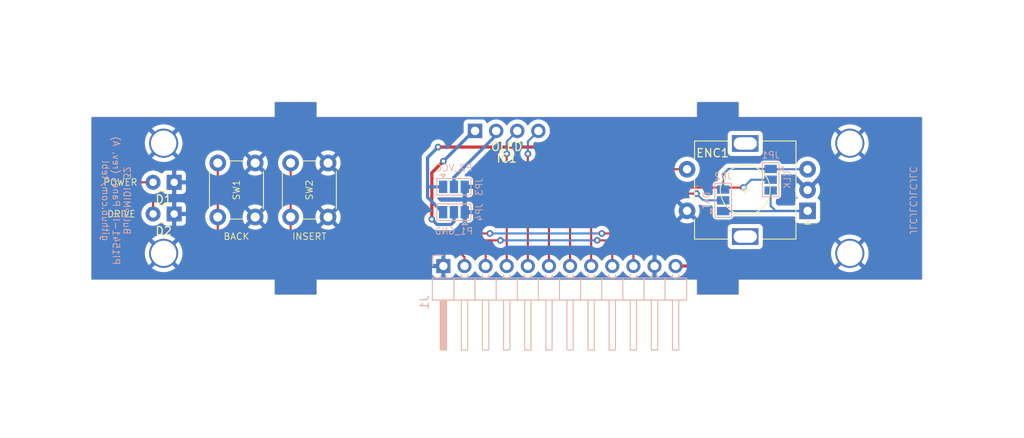
<source format=kicad_pcb>
(kicad_pcb (version 20221018) (generator pcbnew)
  (layers (0 "F.Cu" signal) (31 "B.Cu" signal) (34 "B.Paste" user) (35 "F.Paste" user) (36 "B.SilkS" user "B.Silkscreen") (37 "F.SilkS" user "F.Silkscreen") (38 "B.Mask" user) (39 "F.Mask" user) (44 "Edge.Cuts" user))
  (net 0 "")
  (net 1 "GND")
  (net 2 "VCC")
  (net 3 "/B")
  (net 4 "/A")
  (net 5 "Net-(IC1-Pad1)")
  (net 6 "Net-(IC1-Pad2)")
  (net 7 "LED_PWR")
  (net 8 "LED_ACT")
  (net 9 "SW_ENTER")
  (net 10 "I2C_SDA")
  (net 11 "I2C_SCL")
  (net 12 "SW_UP")
  (net 13 "SW_DOWN")
  (net 14 "SW_BACK")
  (net 15 "SW_INSERT")
  (footprint "mounting:M3_pin" (layer "F.Cu") (at 99.815 129.199)
    (fp_text reference "M1" hide)
    (fp_text value "Mounting_Pin" hide)
    (pad "1" thru_hole circle (at 0 0) (size 3.5 3.5) (drill 3.048) (layers "*.Cu" "*.Mask") (net 1 "GND"))
  )
  (footprint "mounting:M3_pin" (layer "F.Cu") (at 182.365 129.199)
    (fp_text reference "M2" hide)
    (fp_text value "Mounting_Pin" hide)
    (pad "1" thru_hole circle (at 0 0) (size 3.5 3.5) (drill 3.048) (layers "*.Cu" "*.Mask") (net 1 "GND"))
  )
  (footprint "mounting:M3_pin" (layer "F.Cu") (at 182.365 115.949)
    (fp_text reference "M3" hide)
    (fp_text value "Mounting_Pin" hide)
    (pad "1" thru_hole circle (at 0 0) (size 3.5 3.5) (drill 3.048) (layers "*.Cu" "*.Mask") (net 1 "GND"))
  )
  (footprint "mounting:M3_pin" (layer "F.Cu") (at 99.815 115.949)
    (fp_text reference "M4" hide)
    (fp_text value "Mounting_Pin" hide)
    (pad "1" thru_hole circle (at 0 0) (size 3.5 3.5) (drill 3.048) (layers "*.Cu" "*.Mask") (net 1 "GND"))
  )
  (footprint "Rotary_Encoder:RotaryEncoder_Alps_EC11E-Switch_Vertical_H20mm" (layer "F.Cu") (at 177.285 124.079 180)
    (fp_text reference "ENC1" (at 11.43 6.945) (layer "F.SilkS"))
    (fp_text value "Rotary_Encoder_Switch")
    (fp_line (start -0.3 -1.6) (end 0.3 -1.6) (stroke (width 0.12)) (layer "F.SilkS"))
    (fp_line (start 0 -1.3) (end -0.3 -1.6) (stroke (width 0.12)) (layer "F.SilkS"))
    (fp_line (start 0.3 -1.6) (end 0 -1.3) (stroke (width 0.12)) (layer "F.SilkS"))
    (fp_line (start 1.4 -3.4) (end 1.4 8.4) (stroke (width 0.12)) (layer "F.SilkS"))
    (fp_line (start 5.5 -3.4) (end 1.4 -3.4) (stroke (width 0.12)) (layer "F.SilkS"))
    (fp_line (start 5.5 8.4) (end 1.4 8.4) (stroke (width 0.12)) (layer "F.SilkS"))
    (fp_line (start 7 2.5) (end 8 2.5) (stroke (width 0.12)) (layer "F.SilkS"))
    (fp_line (start 7.5 2) (end 7.5 3) (stroke (width 0.12)) (layer "F.SilkS"))
    (fp_line (start 9.5 -3.4) (end 13.6 -3.4) (stroke (width 0.12)) (layer "F.SilkS"))
    (fp_line (start 13.6 -3.4) (end 13.6 -1) (stroke (width 0.12)) (layer "F.SilkS"))
    (fp_line (start 13.6 1.2) (end 13.6 3.8) (stroke (width 0.12)) (layer "F.SilkS"))
    (fp_line (start 13.6 6) (end 13.6 8.4) (stroke (width 0.12)) (layer "F.SilkS"))
    (fp_line (start 13.6 8.4) (end 9.5 8.4) (stroke (width 0.12)) (layer "F.SilkS"))
    (fp_circle (center 7.5 2.5) (end 10.5 2.5) (stroke (width 0.12)) (fill none) (layer "F.SilkS"))
    (pad "A" thru_hole rect locked (at 0 0 180) (size 2 2) (drill 1) (layers "*.Cu" "*.Mask") (net 4 "/A"))
    (pad "B" thru_hole circle locked (at 0 5 180) (size 2 2) (drill 1) (layers "*.Cu" "*.Mask") (net 3 "/B"))
    (pad "C" thru_hole circle locked (at 0 2.5 180) (size 2 2) (drill 1) (layers "*.Cu" "*.Mask") (net 1 "GND"))
    (pad "MP" thru_hole rect locked (at 7.5 -3.1 180) (size 3.2 2) (drill oval 2.8 1.5) (layers "*.Cu" "*.Mask"))
    (pad "MP" thru_hole rect locked (at 7.5 8.1 180) (size 3.2 2) (drill oval 2.8 1.5) (layers "*.Cu" "*.Mask"))
    (pad "S1" thru_hole circle locked (at 14.5 5 180) (size 2 2) (drill 1) (layers "*.Cu" "*.Mask") (net 9 "SW_ENTER"))
    (pad "S2" thru_hole circle locked (at 14.5 0 180) (size 2 2) (drill 1) (layers "*.Cu" "*.Mask") (net 1 "GND"))
  )
  (footprint "i2c_oled:1.3_I2C_OLED_No_mounting" (layer "F.Cu") (at 141.09 114.467)
    (fp_text reference "IC1" (at 0 3.302) (layer "F.SilkS"))
    (fp_text value "OLED" (at 0 1.905) (layer "F.SilkS"))
    (pad "1" thru_hole rect locked (at -3.81 0) (size 1.7272 1.7272) (drill 1.016) (layers "*.Cu" "*.Mask") (net 5 "Net-(IC1-Pad1)"))
    (pad "2" thru_hole circle locked (at -1.27 0) (size 1.7272 1.7272) (drill 1.016) (layers "*.Cu" "*.Mask") (net 6 "Net-(IC1-Pad2)"))
    (pad "3" thru_hole circle locked (at 1.27 0) (size 1.7272 1.7272) (drill 1.016) (layers "*.Cu" "*.Mask") (net 11 "I2C_SCL"))
    (pad "4" thru_hole circle locked (at 3.81 0) (size 1.7272 1.7272) (drill 1.016) (layers "*.Cu" "*.Mask") (net 10 "I2C_SDA"))
  )
  (footprint "switch_cutout:SW_PUSH_6mm" (layer "F.Cu") (at 117.345 121.579 90)
    (fp_text reference "SW2" hide)
    (fp_text value "INSERT" (at -5.588 0 180) (layer "F.SilkS") (effects (font (size 0.8 0.8) (thickness 0.1))))
    (fp_text user "${REFERENCE}" (at 0 0 90) (layer "F.SilkS") (effects (font (size 0.8 0.8) (thickness 0.1))))
    (fp_line (start -3.5 -0.75) (end -3.5 0.75) (stroke (width 0.12)) (layer "F.SilkS"))
    (fp_line (start -2.25 3.25) (end 2.25 3.25) (stroke (width 0.12)) (layer "F.SilkS"))
    (fp_line (start 2.25 -3.25) (end -2.25 -3.25) (stroke (width 0.12)) (layer "F.SilkS"))
    (fp_line (start 3.5 0.75) (end 3.5 -0.75) (stroke (width 0.12)) (layer "F.SilkS"))
    (pad "1" thru_hole circle locked (at -3.25 -2.25 180) (size 2 2) (drill 1.1) (layers "*.Cu" "*.Mask") (net 15 "SW_INSERT"))
    (pad "1" thru_hole circle locked (at 3.25 -2.25 180) (size 2 2) (drill 1.1) (layers "*.Cu" "*.Mask") (net 15 "SW_INSERT"))
    (pad "2" thru_hole circle locked (at -3.25 2.25 180) (size 2 2) (drill 1.1) (layers "*.Cu" "*.Mask") (net 1 "GND"))
    (pad "2" thru_hole circle locked (at 3.25 2.25 180) (size 2 2) (drill 1.1) (layers "*.Cu" "*.Mask") (net 1 "GND"))
  )
  (footprint "switch_cutout:SW_PUSH_6mm" (layer "F.Cu") (at 108.578 121.579 90)
    (fp_text reference "SW1" hide)
    (fp_text value "BACK" (at -5.588 0 180) (layer "F.SilkS") (effects (font (size 0.8 0.8) (thickness 0.1))))
    (fp_text user "${REFERENCE}" (at 0 0 90) (layer "F.SilkS") (effects (font (size 0.8 0.8) (thickness 0.1))))
    (fp_line (start -3.5 -0.75) (end -3.5 0.75) (stroke (width 0.12)) (layer "F.SilkS"))
    (fp_line (start -2.25 3.25) (end 2.25 3.25) (stroke (width 0.12)) (layer "F.SilkS"))
    (fp_line (start 2.25 -3.25) (end -2.25 -3.25) (stroke (width 0.12)) (layer "F.SilkS"))
    (fp_line (start 3.5 0.75) (end 3.5 -0.75) (stroke (width 0.12)) (layer "F.SilkS"))
    (pad "1" thru_hole circle locked (at -3.25 -2.25 180) (size 2 2) (drill 1.1) (layers "*.Cu" "*.Mask") (net 14 "SW_BACK"))
    (pad "1" thru_hole circle locked (at 3.25 -2.25 180) (size 2 2) (drill 1.1) (layers "*.Cu" "*.Mask") (net 14 "SW_BACK"))
    (pad "2" thru_hole circle locked (at -3.25 2.25 180) (size 2 2) (drill 1.1) (layers "*.Cu" "*.Mask") (net 1 "GND"))
    (pad "2" thru_hole circle locked (at 3.25 2.25 180) (size 2 2) (drill 1.1) (layers "*.Cu" "*.Mask") (net 1 "GND"))
  )
  (footprint "LED_THT:LED_Rectangular_W3.0mm_H2.0mm" (layer "F.Cu") (at 101.085 120.65 180)
    (fp_text reference "D1" (at 1.27 -2.06) (layer "F.SilkS"))
    (fp_text value "POWER" (at 6.47 0) (layer "F.SilkS") (effects (font (size 0.8 0.8) (thickness 0.1))))
    (fp_line (start 1.08 -1.06) (end 1.811 -1.06) (stroke (width 0.12)) (layer "F.SilkS"))
    (fp_line (start 1.08 1.06) (end 1.811 1.06) (stroke (width 0.12)) (layer "F.SilkS"))
    (pad "1" thru_hole rect (at 0 0 180) (size 1.8 1.8) (drill 0.9) (layers "*.Cu" "*.Mask") (net 1 "GND"))
    (pad "2" thru_hole circle (at 2.54 0 180) (size 1.8 1.8) (drill 0.9) (layers "*.Cu" "*.Mask") (net 7 "LED_PWR"))
  )
  (footprint "LED_THT:LED_Rectangular_W3.0mm_H2.0mm" (layer "F.Cu") (at 101.085 124.46 180)
    (fp_text reference "D2" (at 1.27 -2.06) (layer "F.SilkS"))
    (fp_text value "DRIVE" (at 6.35 0) (layer "F.SilkS") (effects (font (size 0.8 0.8) (thickness 0.1))))
    (fp_line (start 1.08 -1.06) (end 1.811 -1.06) (stroke (width 0.12)) (layer "F.SilkS"))
    (fp_line (start 1.08 1.06) (end 1.811 1.06) (stroke (width 0.12)) (layer "F.SilkS"))
    (pad "1" thru_hole rect (at 0 0 180) (size 1.8 1.8) (drill 0.9) (layers "*.Cu" "*.Mask") (net 1 "GND"))
    (pad "2" thru_hole circle (at 2.54 0 180) (size 1.8 1.8) (drill 0.9) (layers "*.Cu" "*.Mask") (net 8 "LED_ACT"))
  )
  (footprint "Jumper:SolderJumper-3_P1.3mm_Open_Pad1.0x1.5mm" (layer "B.Cu") (at 172.84 120.339 -90)
    (fp_text reference "JP1" (at -2.951 0 180) (layer "B.SilkS") (effects (font (size 0.8 0.8) (thickness 0.1)) (justify mirror)))
    (fp_text value "CLK" (at 0 -2 90) (layer "B.SilkS") (effects (font (size 0.8 0.8) (thickness 0.1)) (justify mirror)))
    (fp_line (start -2.05 -1) (end -2.05 1) (stroke (width 0.12)) (layer "B.SilkS"))
    (fp_line (start -2.05 1) (end 2.05 1) (stroke (width 0.12)) (layer "B.SilkS"))
    (fp_line (start -1.6 -1.5) (end -1 -1.5) (stroke (width 0.12)) (layer "B.SilkS"))
    (fp_line (start -1.3 -1.2) (end -1.6 -1.5) (stroke (width 0.12)) (layer "B.SilkS"))
    (fp_line (start -1.3 -1.2) (end -1 -1.5) (stroke (width 0.12)) (layer "B.SilkS"))
    (fp_line (start 2.05 -1) (end -2.05 -1) (stroke (width 0.12)) (layer "B.SilkS"))
    (fp_line (start 2.05 1) (end 2.05 -1) (stroke (width 0.12)) (layer "B.SilkS"))
    (pad "1" smd rect (at -1.3 0 270) (size 1 1.5) (layers "B.Cu" "B.Mask") (net 3 "/B"))
    (pad "2" smd rect (at 0 0 270) (size 1 1.5) (layers "B.Cu" "B.Mask") (net 12 "SW_UP"))
    (pad "3" smd rect (at 1.3 0 270) (size 1 1.5) (layers "B.Cu" "B.Mask") (net 4 "/A"))
  )
  (footprint "Jumper:SolderJumper-3_P1.3mm_Open_Pad1.0x1.5mm" (layer "B.Cu") (at 167.125 122.819 90)
    (fp_text reference "JP2" (at 2.891 0 180) (layer "B.SilkS") (effects (font (size 0.8 0.8) (thickness 0.1)) (justify mirror)))
    (fp_text value "DAT" (at 0 -2 90) (layer "B.SilkS") (effects (font (size 0.8 0.8) (thickness 0.1)) (justify mirror)))
    (fp_line (start -2.05 -1) (end -2.05 1) (stroke (width 0.12)) (layer "B.SilkS"))
    (fp_line (start -2.05 1) (end 2.05 1) (stroke (width 0.12)) (layer "B.SilkS"))
    (fp_line (start -1.6 -1.5) (end -1 -1.5) (stroke (width 0.12)) (layer "B.SilkS"))
    (fp_line (start -1.3 -1.2) (end -1.6 -1.5) (stroke (width 0.12)) (layer "B.SilkS"))
    (fp_line (start -1.3 -1.2) (end -1 -1.5) (stroke (width 0.12)) (layer "B.SilkS"))
    (fp_line (start 2.05 -1) (end -2.05 -1) (stroke (width 0.12)) (layer "B.SilkS"))
    (fp_line (start 2.05 1) (end 2.05 -1) (stroke (width 0.12)) (layer "B.SilkS"))
    (pad "1" smd rect (at -1.3 0 90) (size 1 1.5) (layers "B.Cu" "B.Mask") (net 4 "/A"))
    (pad "2" smd rect (at 0 0 90) (size 1 1.5) (layers "B.Cu" "B.Mask") (net 13 "SW_DOWN"))
    (pad "3" smd rect (at 1.3 0 90) (size 1 1.5) (layers "B.Cu" "B.Mask") (net 3 "/B"))
  )
  (footprint "Connector_PinHeader_2.54mm:PinHeader_1x12_P2.54mm_Horizontal" (layer "B.Cu") (at 133.47 130.723 -90)
    (fp_text reference "J1" (at 4.385 2.27 90) (layer "B.SilkS") (effects (justify mirror)))
    (fp_text value "Module Panel")
    (fp_line (start -1.27 0) (end -1.27 1.27) (stroke (width 0.12)) (layer "B.SilkS"))
    (fp_line (start -1.27 1.27) (end 0 1.27) (stroke (width 0.12)) (layer "B.SilkS"))
    (fp_line (start 1.042929 -28.32) (end 1.44 -28.32) (stroke (width 0.12)) (layer "B.SilkS"))
    (fp_line (start 1.042929 -27.56) (end 1.44 -27.56) (stroke (width 0.12)) (layer "B.SilkS"))
    (fp_line (start 1.042929 -25.78) (end 1.44 -25.78) (stroke (width 0.12)) (layer "B.SilkS"))
    (fp_line (start 1.042929 -25.02) (end 1.44 -25.02) (stroke (width 0.12)) (layer "B.SilkS"))
    (fp_line (start 1.042929 -23.24) (end 1.44 -23.24) (stroke (width 0.12)) (layer "B.SilkS"))
    (fp_line (start 1.042929 -22.48) (end 1.44 -22.48) (stroke (width 0.12)) (layer "B.SilkS"))
    (fp_line (start 1.042929 -20.7) (end 1.44 -20.7) (stroke (width 0.12)) (layer "B.SilkS"))
    (fp_line (start 1.042929 -19.94) (end 1.44 -19.94) (stroke (width 0.12)) (layer "B.SilkS"))
    (fp_line (start 1.042929 -18.16) (end 1.44 -18.16) (stroke (width 0.12)) (layer "B.SilkS"))
    (fp_line (start 1.042929 -17.4) (end 1.44 -17.4) (stroke (width 0.12)) (layer "B.SilkS"))
    (fp_line (start 1.042929 -15.62) (end 1.44 -15.62) (stroke (width 0.12)) (layer "B.SilkS"))
    (fp_line (start 1.042929 -14.86) (end 1.44 -14.86) (stroke (width 0.12)) (layer "B.SilkS"))
    (fp_line (start 1.042929 -13.08) (end 1.44 -13.08) (stroke (width 0.12)) (layer "B.SilkS"))
    (fp_line (start 1.042929 -12.32) (end 1.44 -12.32) (stroke (width 0.12)) (layer "B.SilkS"))
    (fp_line (start 1.042929 -10.54) (end 1.44 -10.54) (stroke (width 0.12)) (layer "B.SilkS"))
    (fp_line (start 1.042929 -9.78) (end 1.44 -9.78) (stroke (width 0.12)) (layer "B.SilkS"))
    (fp_line (start 1.042929 -8) (end 1.44 -8) (stroke (width 0.12)) (layer "B.SilkS"))
    (fp_line (start 1.042929 -7.24) (end 1.44 -7.24) (stroke (width 0.12)) (layer "B.SilkS"))
    (fp_line (start 1.042929 -5.46) (end 1.44 -5.46) (stroke (width 0.12)) (layer "B.SilkS"))
    (fp_line (start 1.042929 -4.7) (end 1.44 -4.7) (stroke (width 0.12)) (layer "B.SilkS"))
    (fp_line (start 1.042929 -2.92) (end 1.44 -2.92) (stroke (width 0.12)) (layer "B.SilkS"))
    (fp_line (start 1.042929 -2.16) (end 1.44 -2.16) (stroke (width 0.12)) (layer "B.SilkS"))
    (fp_line (start 1.11 -0.38) (end 1.44 -0.38) (stroke (width 0.12)) (layer "B.SilkS"))
    (fp_line (start 1.11 0.38) (end 1.44 0.38) (stroke (width 0.12)) (layer "B.SilkS"))
    (fp_line (start 1.44 -29.27) (end 4.1 -29.27) (stroke (width 0.12)) (layer "B.SilkS"))
    (fp_line (start 1.44 -26.67) (end 4.1 -26.67) (stroke (width 0.12)) (layer "B.SilkS"))
    (fp_line (start 1.44 -24.13) (end 4.1 -24.13) (stroke (width 0.12)) (layer "B.SilkS"))
    (fp_line (start 1.44 -21.59) (end 4.1 -21.59) (stroke (width 0.12)) (layer "B.SilkS"))
    (fp_line (start 1.44 -19.05) (end 4.1 -19.05) (stroke (width 0.12)) (layer "B.SilkS"))
    (fp_line (start 1.44 -16.51) (end 4.1 -16.51) (stroke (width 0.12)) (layer "B.SilkS"))
    (fp_line (start 1.44 -13.97) (end 4.1 -13.97) (stroke (width 0.12)) (layer "B.SilkS"))
    (fp_line (start 1.44 -11.43) (end 4.1 -11.43) (stroke (width 0.12)) (layer "B.SilkS"))
    (fp_line (start 1.44 -8.89) (end 4.1 -8.89) (stroke (width 0.12)) (layer "B.SilkS"))
    (fp_line (start 1.44 -6.35) (end 4.1 -6.35) (stroke (width 0.12)) (layer "B.SilkS"))
    (fp_line (start 1.44 -3.81) (end 4.1 -3.81) (stroke (width 0.12)) (layer "B.SilkS"))
    (fp_line (start 1.44 -1.27) (end 4.1 -1.27) (stroke (width 0.12)) (layer "B.SilkS"))
    (fp_line (start 1.44 1.33) (end 1.44 -29.27) (stroke (width 0.12)) (layer "B.SilkS"))
    (fp_line (start 4.1 -29.27) (end 4.1 1.33) (stroke (width 0.12)) (layer "B.SilkS"))
    (fp_line (start 4.1 -27.56) (end 10.1 -27.56) (stroke (width 0.12)) (layer "B.SilkS"))
    (fp_line (start 4.1 -25.02) (end 10.1 -25.02) (stroke (width 0.12)) (layer "B.SilkS"))
    (fp_line (start 4.1 -22.48) (end 10.1 -22.48) (stroke (width 0.12)) (layer "B.SilkS"))
    (fp_line (start 4.1 -19.94) (end 10.1 -19.94) (stroke (width 0.12)) (layer "B.SilkS"))
    (fp_line (start 4.1 -17.4) (end 10.1 -17.4) (stroke (width 0.12)) (layer "B.SilkS"))
    (fp_line (start 4.1 -14.86) (end 10.1 -14.86) (stroke (width 0.12)) (layer "B.SilkS"))
    (fp_line (start 4.1 -12.32) (end 10.1 -12.32) (stroke (width 0.12)) (layer "B.SilkS"))
    (fp_line (start 4.1 -9.78) (end 10.1 -9.78) (stroke (width 0.12)) (layer "B.SilkS"))
    (fp_line (start 4.1 -7.24) (end 10.1 -7.24) (stroke (width 0.12)) (layer "B.SilkS"))
    (fp_line (start 4.1 -4.7) (end 10.1 -4.7) (stroke (width 0.12)) (layer "B.SilkS"))
    (fp_line (start 4.1 -2.16) (end 10.1 -2.16) (stroke (width 0.12)) (layer "B.SilkS"))
    (fp_line (start 4.1 -0.28) (end 10.1 -0.28) (stroke (width 0.12)) (layer "B.SilkS"))
    (fp_line (start 4.1 -0.16) (end 10.1 -0.16) (stroke (width 0.12)) (layer "B.SilkS"))
    (fp_line (start 4.1 -0.04) (end 10.1 -0.04) (stroke (width 0.12)) (layer "B.SilkS"))
    (fp_line (start 4.1 0.08) (end 10.1 0.08) (stroke (width 0.12)) (layer "B.SilkS"))
    (fp_line (start 4.1 0.2) (end 10.1 0.2) (stroke (width 0.12)) (layer "B.SilkS"))
    (fp_line (start 4.1 0.32) (end 10.1 0.32) (stroke (width 0.12)) (layer "B.SilkS"))
    (fp_line (start 4.1 0.38) (end 10.1 0.38) (stroke (width 0.12)) (layer "B.SilkS"))
    (fp_line (start 4.1 1.33) (end 1.44 1.33) (stroke (width 0.12)) (layer "B.SilkS"))
    (fp_line (start 10.1 -28.32) (end 4.1 -28.32) (stroke (width 0.12)) (layer "B.SilkS"))
    (fp_line (start 10.1 -27.56) (end 10.1 -28.32) (stroke (width 0.12)) (layer "B.SilkS"))
    (fp_line (start 10.1 -25.78) (end 4.1 -25.78) (stroke (width 0.12)) (layer "B.SilkS"))
    (fp_line (start 10.1 -25.02) (end 10.1 -25.78) (stroke (width 0.12)) (layer "B.SilkS"))
    (fp_line (start 10.1 -23.24) (end 4.1 -23.24) (stroke (width 0.12)) (layer "B.SilkS"))
    (fp_line (start 10.1 -22.48) (end 10.1 -23.24) (stroke (width 0.12)) (layer "B.SilkS"))
    (fp_line (start 10.1 -20.7) (end 4.1 -20.7) (stroke (width 0.12)) (layer "B.SilkS"))
    (fp_line (start 10.1 -19.94) (end 10.1 -20.7) (stroke (width 0.12)) (layer "B.SilkS"))
    (fp_line (start 10.1 -18.16) (end 4.1 -18.16) (stroke (width 0.12)) (layer "B.SilkS"))
    (fp_line (start 10.1 -17.4) (end 10.1 -18.16) (stroke (width 0.12)) (layer "B.SilkS"))
    (fp_line (start 10.1 -15.62) (end 4.1 -15.62) (stroke (width 0.12)) (layer "B.SilkS"))
    (fp_line (start 10.1 -14.86) (end 10.1 -15.62) (stroke (width 0.12)) (layer "B.SilkS"))
    (fp_line (start 10.1 -13.08) (end 4.1 -13.08) (stroke (width 0.12)) (layer "B.SilkS"))
    (fp_line (start 10.1 -12.32) (end 10.1 -13.08) (stroke (width 0.12)) (layer "B.SilkS"))
    (fp_line (start 10.1 -10.54) (end 4.1 -10.54) (stroke (width 0.12)) (layer "B.SilkS"))
    (fp_line (start 10.1 -9.78) (end 10.1 -10.54) (stroke (width 0.12)) (layer "B.SilkS"))
    (fp_line (start 10.1 -8) (end 4.1 -8) (stroke (width 0.12)) (layer "B.SilkS"))
    (fp_line (start 10.1 -7.24) (end 10.1 -8) (stroke (width 0.12)) (layer "B.SilkS"))
    (fp_line (start 10.1 -5.46) (end 4.1 -5.46) (stroke (width 0.12)) (layer "B.SilkS"))
    (fp_line (start 10.1 -4.7) (end 10.1 -5.46) (stroke (width 0.12)) (layer "B.SilkS"))
    (fp_line (start 10.1 -2.92) (end 4.1 -2.92) (stroke (width 0.12)) (layer "B.SilkS"))
    (fp_line (start 10.1 -2.16) (end 10.1 -2.92) (stroke (width 0.12)) (layer "B.SilkS"))
    (fp_line (start 10.1 -0.38) (end 4.1 -0.38) (stroke (width 0.12)) (layer "B.SilkS"))
    (fp_line (start 10.1 0.38) (end 10.1 -0.38) (stroke (width 0.12)) (layer "B.SilkS"))
    (pad "1" thru_hole rect locked (at 0 0 270) (size 1.7 1.7) (drill 1) (layers "*.Cu" "*.Mask") (net 1 "GND"))
    (pad "2" thru_hole oval locked (at 0 -2.54 270) (size 1.7 1.7) (drill 1) (layers "*.Cu" "*.Mask") (net 7 "LED_PWR"))
    (pad "3" thru_hole oval locked (at 0 -5.08 270) (size 1.7 1.7) (drill 1) (layers "*.Cu" "*.Mask") (net 8 "LED_ACT"))
    (pad "4" thru_hole oval locked (at 0 -7.62 270) (size 1.7 1.7) (drill 1) (layers "*.Cu" "*.Mask") (net 11 "I2C_SCL"))
    (pad "5" thru_hole oval locked (at 0 -10.16 270) (size 1.7 1.7) (drill 1) (layers "*.Cu" "*.Mask") (net 10 "I2C_SDA"))
    (pad "6" thru_hole oval locked (at 0 -12.7 270) (size 1.7 1.7) (drill 1) (layers "*.Cu" "*.Mask") (net 9 "SW_ENTER"))
    (pad "7" thru_hole oval locked (at 0 -15.24 270) (size 1.7 1.7) (drill 1) (layers "*.Cu" "*.Mask") (net 12 "SW_UP"))
    (pad "8" thru_hole oval locked (at 0 -17.78 270) (size 1.7 1.7) (drill 1) (layers "*.Cu" "*.Mask") (net 13 "SW_DOWN"))
    (pad "9" thru_hole oval locked (at 0 -20.32 270) (size 1.7 1.7) (drill 1) (layers "*.Cu" "*.Mask") (net 14 "SW_BACK"))
    (pad "10" thru_hole oval locked (at 0 -22.86 270) (size 1.7 1.7) (drill 1) (layers "*.Cu" "*.Mask") (net 15 "SW_INSERT"))
    (pad "11" thru_hole oval locked (at 0 -25.4 270) (size 1.7 1.7) (drill 1) (layers "*.Cu" "*.Mask") (net 1 "GND"))
    (pad "12" thru_hole oval locked (at 0 -27.94 270) (size 1.7 1.7) (drill 1) (layers "*.Cu" "*.Mask") (net 2 "VCC"))
  )
  (footprint "Jumper:SolderJumper-3_P1.3mm_Open_Pad1.0x1.5mm" (layer "B.Cu") (at 134.74 124.246 180)
    (fp_text reference "JP3" (at -3.048 3.048 -90) (layer "B.SilkS") (effects (font (size 0.8 0.8) (thickness 0.1)) (justify mirror)))
    (fp_text value "P1_GND" (at 0 -2.286) (layer "B.SilkS") (effects (font (size 0.8 0.8) (thickness 0.1)) (justify mirror)))
    (fp_line (start -2.05 -1) (end -2.05 1) (stroke (width 0.12)) (layer "B.SilkS"))
    (fp_line (start -2.05 1) (end 2.05 1) (stroke (width 0.12)) (layer "B.SilkS"))
    (fp_line (start -1.6 -1.5) (end -1 -1.5) (stroke (width 0.12)) (layer "B.SilkS"))
    (fp_line (start -1.3 -1.2) (end -1.6 -1.5) (stroke (width 0.12)) (layer "B.SilkS"))
    (fp_line (start -1.3 -1.2) (end -1 -1.5) (stroke (width 0.12)) (layer "B.SilkS"))
    (fp_line (start 2.05 -1) (end -2.05 -1) (stroke (width 0.12)) (layer "B.SilkS"))
    (fp_line (start 2.05 1) (end 2.05 -1) (stroke (width 0.12)) (layer "B.SilkS"))
    (pad "1" smd rect (at -1.3 0 180) (size 1 1.5) (layers "B.Cu" "B.Mask") (net 1 "GND"))
    (pad "2" smd rect (at 0 0 180) (size 1 1.5) (layers "B.Cu" "B.Mask") (net 5 "Net-(IC1-Pad1)"))
    (pad "3" smd rect (at 1.3 0 180) (size 1 1.5) (layers "B.Cu" "B.Mask") (net 2 "VCC"))
  )
  (footprint "Jumper:SolderJumper-3_P1.3mm_Open_Pad1.0x1.5mm" (layer "B.Cu") (at 134.74 121.198)
    (fp_text reference "JP4" (at 3.048 3.048 -90) (layer "B.SilkS") (effects (font (size 0.8 0.8) (thickness 0.1)) (justify mirror)))
    (fp_text value "P2_VCC" (at 0 -2.286) (layer "B.SilkS") (effects (font (size 0.8 0.8) (thickness 0.1)) (justify mirror)))
    (fp_line (start -2.05 -1) (end -2.05 1) (stroke (width 0.12)) (layer "B.SilkS"))
    (fp_line (start -2.05 1) (end 2.05 1) (stroke (width 0.12)) (layer "B.SilkS"))
    (fp_line (start -1.6 -1.5) (end -1 -1.5) (stroke (width 0.12)) (layer "B.SilkS"))
    (fp_line (start -1.3 -1.2) (end -1.6 -1.5) (stroke (width 0.12)) (layer "B.SilkS"))
    (fp_line (start -1.3 -1.2) (end -1 -1.5) (stroke (width 0.12)) (layer "B.SilkS"))
    (fp_line (start 2.05 -1) (end -2.05 -1) (stroke (width 0.12)) (layer "B.SilkS"))
    (fp_line (start 2.05 1) (end 2.05 -1) (stroke (width 0.12)) (layer "B.SilkS"))
    (pad "1" smd rect (at -1.3 0) (size 1 1.5) (layers "B.Cu" "B.Mask") (net 2 "VCC"))
    (pad "2" smd rect (at 0 0) (size 1 1.5) (layers "B.Cu" "B.Mask") (net 6 "Net-(IC1-Pad2)"))
    (pad "3" smd rect (at 1.3 0) (size 1 1.5) (layers "B.Cu" "B.Mask") (net 1 "GND"))
  )
  (gr_line (start 91.09 132.374) (end 113.15 132.374) (stroke (width 0.05)) (layer "Edge.Cuts"))
  (gr_line (start 163.95 134.174) (end 169.03 134.174) (stroke (width 0.05)) (layer "Edge.Cuts"))
  (gr_line (start 163.95 132.374) (end 163.95 134.174) (stroke (width 0.05)) (layer "Edge.Cuts"))
  (gr_line (start 169.03 132.374) (end 169.03 134.174) (stroke (width 0.05)) (layer "Edge.Cuts"))
  (gr_line (start 118.23 132.374) (end 141.09 132.374) (stroke (width 0.05)) (layer "Edge.Cuts"))
  (gr_line (start 163.95 132.374) (end 141.09 132.374) (stroke (width 0.05)) (layer "Edge.Cuts"))
  (gr_line (start 113.15 112.774) (end 113.15 110.974) (stroke (width 0.05)) (layer "Edge.Cuts"))
  (gr_line (start 169.03 112.774) (end 169.03 110.974) (stroke (width 0.05)) (layer "Edge.Cuts"))
  (gr_line (start 118.23 110.974) (end 113.15 110.974) (stroke (width 0.05)) (layer "Edge.Cuts"))
  (gr_line (start 118.23 112.774) (end 118.23 110.974) (stroke (width 0.05)) (layer "Edge.Cuts"))
  (gr_line (start 169.03 110.974) (end 163.95 110.974) (stroke (width 0.05)) (layer "Edge.Cuts"))
  (gr_line (start 163.95 112.774) (end 163.95 110.974) (stroke (width 0.05)) (layer "Edge.Cuts"))
  (gr_line (start 191.09 112.774) (end 169.03 112.774) (stroke (width 0.05)) (layer "Edge.Cuts"))
  (gr_line (start 113.15 112.774) (end 91.09 112.774) (stroke (width 0.05)) (layer "Edge.Cuts"))
  (gr_line (start 118.23 112.774) (end 141.09 112.774) (stroke (width 0.05)) (layer "Edge.Cuts"))
  (gr_line (start 163.95 112.774) (end 141.09 112.774) (stroke (width 0.05)) (layer "Edge.Cuts"))
  (gr_line (start 118.23 132.374) (end 118.23 134.174) (stroke (width 0.05)) (layer "Edge.Cuts"))
  (gr_line (start 113.15 132.374) (end 113.15 134.174) (stroke (width 0.05)) (layer "Edge.Cuts"))
  (gr_line (start 113.15 134.174) (end 118.23 134.174) (stroke (width 0.05)) (layer "Edge.Cuts"))
  (gr_line (start 91.09 112.774) (end 91.09 132.374) (stroke (width 0.05)) (layer "Edge.Cuts"))
  (gr_line (start 169.03 132.374) (end 191.09 132.374) (stroke (width 0.05)) (layer "Edge.Cuts"))
  (gr_line (start 191.09 132.374) (end 191.09 112.774) (stroke (width 0.05)) (layer "Edge.Cuts"))
  (gr_text "BulkyMIDI-32\nPi1541-III Panel (rev. A)\ngithub.com/tebl" (at 94.1 122.849 270) (layer "B.SilkS") (effects (font (size 0.8 0.8) (thickness 0.1)) (justify mirror)))
  (gr_text "JLCJLCJLCJLC" (at 189.985 122.849 270) (layer "B.SilkS") (effects (font (size 0.8 0.8) (thickness 0.1)) (justify mirror)))
  (segment (start 136.01 124.276) (end 136.04 124.246) (width 0.381) (layer "B.Cu") (net 1))
  (segment (start 179.19 129.834) (end 179.19 114.594) (width 0.381) (layer "F.Cu") (net 2))
  (segment (start 178.301 130.723) (end 179.19 129.834) (width 0.381) (layer "F.Cu") (net 2))
  (segment (start 179.19 114.594) (end 178.555 113.959) (width 0.381) (layer "F.Cu") (net 2))
  (segment (start 132.835 116.409) (end 132.925 116.499) (width 0.381) (layer "F.Cu") (net 2))
  (segment (start 161.41 130.723) (end 178.301 130.723) (width 0.381) (layer "F.Cu") (net 2))
  (segment (start 178.555 113.959) (end 148.53 113.959) (width 0.381) (layer "F.Cu") (net 2))
  (segment (start 146.08 116.409) (end 132.835 116.409) (width 0.381) (layer "F.Cu") (net 2))
  (segment (start 148.53 113.959) (end 146.08 116.409) (width 0.381) (layer "F.Cu") (net 2))
  (via (at 132.835 116.409) (size 0.8) (drill 0.4) (layers "F.Cu" "B.Cu") (net 2))
  (segment (start 133.44 121.198) (end 131.565 121.198) (width 0.381) (layer "B.Cu") (net 2))
  (segment (start 131.565 117.679) (end 131.565 117.769) (width 0.381) (layer "B.Cu") (net 2))
  (segment (start 133.44 121.198) (end 133.089 121.198) (width 0.381) (layer "B.Cu") (net 2))
  (segment (start 133.35 124.246) (end 131.565 122.461) (width 0.381) (layer "B.Cu") (net 2))
  (segment (start 133.44 124.246) (end 133.35 124.246) (width 0.381) (layer "B.Cu") (net 2))
  (segment (start 131.565 122.461) (end 131.565 121.198) (width 0.381) (layer "B.Cu") (net 2))
  (segment (start 131.565 119.039) (end 131.565 121.198) (width 0.381) (layer "B.Cu") (net 2))
  (segment (start 131.565 119.039) (end 131.565 119.129) (width 0.381) (layer "B.Cu") (net 2))
  (segment (start 132.835 116.409) (end 131.565 117.679) (width 0.381) (layer "B.Cu") (net 2))
  (segment (start 131.565 119.039) (end 131.565 117.769) (width 0.381) (layer "B.Cu") (net 2))
  (segment (start 177.285 119.079) (end 172.88 119.079) (width 0.25) (layer "B.Cu") (net 3))
  (segment (start 167.76 119.039) (end 167.125 119.674) (width 0.25) (layer "B.Cu") (net 3))
  (segment (start 172.88 119.079) (end 172.84 119.039) (width 0.25) (layer "B.Cu") (net 3))
  (segment (start 172.84 119.039) (end 167.76 119.039) (width 0.25) (layer "B.Cu") (net 3))
  (segment (start 167.125 119.674) (end 167.125 121.519) (width 0.25) (layer "B.Cu") (net 3))
  (segment (start 172.84 123.484) (end 173.435 124.079) (width 0.25) (layer "B.Cu") (net 4))
  (segment (start 173.435 124.079) (end 177.285 124.079) (width 0.25) (layer "B.Cu") (net 4))
  (segment (start 167.125 124.119) (end 177.245 124.119) (width 0.25) (layer "B.Cu") (net 4))
  (segment (start 172.84 121.639) (end 172.84 123.484) (width 0.25) (layer "B.Cu") (net 4))
  (segment (start 177.245 124.119) (end 177.285 124.079) (width 0.25) (layer "B.Cu") (net 4))
  (segment (start 132.079998 125.095) (end 132.079998 119.499978) (width 0.381) (layer "F.Cu") (net 5))
  (segment (start 132.079998 119.499978) (end 133.469976 118.11) (width 0.381) (layer "F.Cu") (net 5))
  (via (at 133.469976 118.11) (size 0.8) (drill 0.4) (layers "F.Cu" "B.Cu") (net 5))
  (via (at 132.079998 125.095) (size 0.8) (drill 0.4) (layers "F.Cu" "B.Cu") (net 5))
  (segment (start 134.387 125.73) (end 132.714998 125.73) (width 0.381) (layer "B.Cu") (net 5))
  (segment (start 132.714998 125.73) (end 132.079998 125.095) (width 0.381) (layer "B.Cu") (net 5))
  (segment (start 134.74 124.246) (end 134.74 125.377) (width 0.381) (layer "B.Cu") (net 5))
  (segment (start 137.28 114.467) (end 137.112976 114.467) (width 0.381) (layer "B.Cu") (net 5))
  (segment (start 137.112976 114.467) (end 133.469976 118.11) (width 0.381) (layer "B.Cu") (net 5))
  (segment (start 134.74 125.377) (end 134.387 125.73) (width 0.381) (layer "B.Cu") (net 5))
  (segment (start 139.82 114.467) (end 139.82 114.975) (width 0.381) (layer "B.Cu") (net 6))
  (segment (start 139.82 114.975) (end 134.74 120.055) (width 0.381) (layer "B.Cu") (net 6))
  (segment (start 134.74 120.055) (end 134.74 121.198) (width 0.381) (layer "B.Cu") (net 6))
  (segment (start 96.52 125.73) (end 96.52 121.285) (width 0.25) (layer "F.Cu") (net 7))
  (segment (start 102.0445 126.238) (end 97.028 126.238) (width 0.25) (layer "F.Cu") (net 7))
  (segment (start 96.52 121.285) (end 97.155 120.65) (width 0.25) (layer "F.Cu") (net 7))
  (segment (start 136.01 129.66) (end 135.255 128.905) (width 0.25) (layer "F.Cu") (net 7))
  (segment (start 135.255 128.905) (end 104.7115 128.905) (width 0.25) (layer "F.Cu") (net 7))
  (segment (start 97.155 120.65) (end 98.545 120.65) (width 0.25) (layer "F.Cu") (net 7))
  (segment (start 97.028 126.238) (end 96.52 125.73) (width 0.25) (layer "F.Cu") (net 7))
  (segment (start 136.01 130.723) (end 136.01 129.66) (width 0.25) (layer "F.Cu") (net 7))
  (segment (start 104.7115 128.905) (end 102.0445 126.238) (width 0.25) (layer "F.Cu") (net 7))
  (segment (start 138.55 129.025) (end 138.55 130.723) (width 0.25) (layer "F.Cu") (net 8))
  (segment (start 102.87 123.19) (end 102.87 125.73) (width 0.25) (layer "F.Cu") (net 8))
  (segment (start 98.545 124.46) (end 98.545 123.07) (width 0.25) (layer "F.Cu") (net 8))
  (segment (start 102.87 125.73) (end 105.41 128.27) (width 0.25) (layer "F.Cu") (net 8))
  (segment (start 98.545 123.07) (end 99.06 122.555) (width 0.25) (layer "F.Cu") (net 8))
  (segment (start 99.06 122.555) (end 102.235 122.555) (width 0.25) (layer "F.Cu") (net 8))
  (segment (start 105.41 128.27) (end 137.795 128.27) (width 0.25) (layer "F.Cu") (net 8))
  (segment (start 137.795 128.27) (end 138.55 129.025) (width 0.25) (layer "F.Cu") (net 8))
  (segment (start 102.235 122.555) (end 102.87 123.19) (width 0.25) (layer "F.Cu") (net 8))
  (segment (start 146.17 130.723) (end 146.17 120.53) (width 0.25) (layer "F.Cu") (net 9))
  (segment (start 147.621 119.079) (end 162.785 119.079) (width 0.25) (layer "F.Cu") (net 9))
  (segment (start 146.17 120.53) (end 147.621 119.079) (width 0.25) (layer "F.Cu") (net 9))
  (segment (start 143.63 130.723) (end 143.63 117.228) (width 0.25) (layer "F.Cu") (net 10))
  (segment (start 143.63 117.228) (end 143.637 117.221) (width 0.25) (layer "F.Cu") (net 10))
  (via (at 143.637 117.221) (size 0.8) (drill 0.4) (layers "F.Cu" "B.Cu") (net 10))
  (segment (start 143.637 115.73) (end 144.9 114.467) (width 0.25) (layer "B.Cu") (net 10))
  (segment (start 143.637 117.221) (end 143.637 115.73) (width 0.25) (layer "B.Cu") (net 10))
  (segment (start 141.09 130.723) (end 141.09 117.228) (width 0.25) (layer "F.Cu") (net 11))
  (segment (start 141.09 117.228) (end 141.097 117.221) (width 0.25) (layer "F.Cu") (net 11))
  (via (at 141.097 117.221) (size 0.8) (drill 0.4) (layers "F.Cu" "B.Cu") (net 11))
  (segment (start 141.097 115.73) (end 142.36 114.467) (width 0.25) (layer "B.Cu") (net 11))
  (segment (start 141.097 117.221) (end 141.097 115.73) (width 0.25) (layer "B.Cu") (net 11))
  (segment (start 169.545 121.285) (end 149.86 121.285) (width 0.25) (layer "F.Cu") (net 12))
  (segment (start 149.86 121.285) (end 148.71 122.435) (width 0.25) (layer "F.Cu") (net 12))
  (segment (start 148.71 122.435) (end 148.71 130.723) (width 0.25) (layer "F.Cu") (net 12))
  (via (at 169.545 121.285) (size 0.8) (drill 0.4) (layers "F.Cu" "B.Cu") (net 12))
  (segment (start 170.491 120.339) (end 169.545 121.285) (width 0.25) (layer "B.Cu") (net 12))
  (segment (start 172.84 120.339) (end 170.491 120.339) (width 0.25) (layer "B.Cu") (net 12))
  (segment (start 152.31 122.01) (end 163.92 122.01) (width 0.25) (layer "F.Cu") (net 13))
  (segment (start 151.25 130.723) (end 151.25 123.07) (width 0.25) (layer "F.Cu") (net 13))
  (segment (start 151.25 123.07) (end 152.31 122.01) (width 0.25) (layer "F.Cu") (net 13))
  (via (at 163.92 122.01) (size 0.8) (drill 0.4) (layers "F.Cu" "B.Cu") (net 13))
  (segment (start 167.125 122.819) (end 164.729 122.819) (width 0.25) (layer "B.Cu") (net 13))
  (segment (start 164.729 122.819) (end 163.92 122.01) (width 0.25) (layer "B.Cu") (net 13))
  (segment (start 116.84 127.635) (end 140.335 127.635) (width 0.25) (layer "F.Cu") (net 14))
  (segment (start 153.035 127.635) (end 153.79 128.39) (width 0.25) (layer "F.Cu") (net 14))
  (segment (start 106.328 118.329) (end 106.328 124.829) (width 0.25) (layer "F.Cu") (net 14))
  (segment (start 106.328 126.648) (end 107.315 127.635) (width 0.25) (layer "F.Cu") (net 14))
  (segment (start 151.975 127.635) (end 153.035 127.635) (width 0.25) (layer "F.Cu") (net 14))
  (segment (start 107.315 127.635) (end 116.84 127.635) (width 0.25) (layer "F.Cu") (net 14))
  (segment (start 153.79 128.39) (end 153.79 130.723) (width 0.25) (layer "F.Cu") (net 14))
  (segment (start 106.328 124.829) (end 106.328 126.648) (width 0.25) (layer "F.Cu") (net 14))
  (via (at 140.335 127.635) (size 0.8) (drill 0.4) (layers "F.Cu" "B.Cu") (net 14))
  (via (at 151.975 127.635) (size 0.8) (drill 0.4) (layers "F.Cu" "B.Cu") (net 14))
  (segment (start 140.335 127.635) (end 151.975 127.635) (width 0.25) (layer "B.Cu") (net 14))
  (segment (start 156.33 127.755) (end 156.33 130.723) (width 0.25) (layer "F.Cu") (net 15))
  (segment (start 139.065 126.803956) (end 115.373956 126.803956) (width 0.25) (layer "F.Cu") (net 15))
  (segment (start 115.095 126.525) (end 115.095 124.829) (width 0.25) (layer "F.Cu") (net 15))
  (segment (start 115.373956 126.803956) (end 115.095 126.525) (width 0.25) (layer "F.Cu") (net 15))
  (segment (start 152.53121 126.803956) (end 155.378956 126.803956) (width 0.25) (layer "F.Cu") (net 15))
  (segment (start 115.095 118.329) (end 115.095 124.829) (width 0.25) (layer "F.Cu") (net 15))
  (segment (start 155.378956 126.803956) (end 156.33 127.755) (width 0.25) (layer "F.Cu") (net 15))
  (via (at 139.065 126.803956) (size 0.8) (drill 0.4) (layers "F.Cu" "B.Cu") (net 15))
  (via (at 152.53121 126.803956) (size 0.8) (drill 0.4) (layers "F.Cu" "B.Cu") (net 15))
  (segment (start 139.065 126.803956) (end 139.733936 126.803956) (width 0.25) (layer "B.Cu") (net 15))
  (segment (start 139.733936 126.803956) (end 152.53121 126.803956) (width 0.25) (layer "B.Cu") (net 15))
  (zone (net 1) (net_name "GND") (layer "B.Cu") (connect_pads (clearance 0.508)) (min_thickness 0.254) (fill yes (thermal_gap 0.508) (thermal_bridge_width 0.508))
    (polygon (pts (xy 203.32 151.424) (xy 80.13 151.424) (xy 80.13 98.719) (xy 203.32 98.719)))
  )
)
</source>
